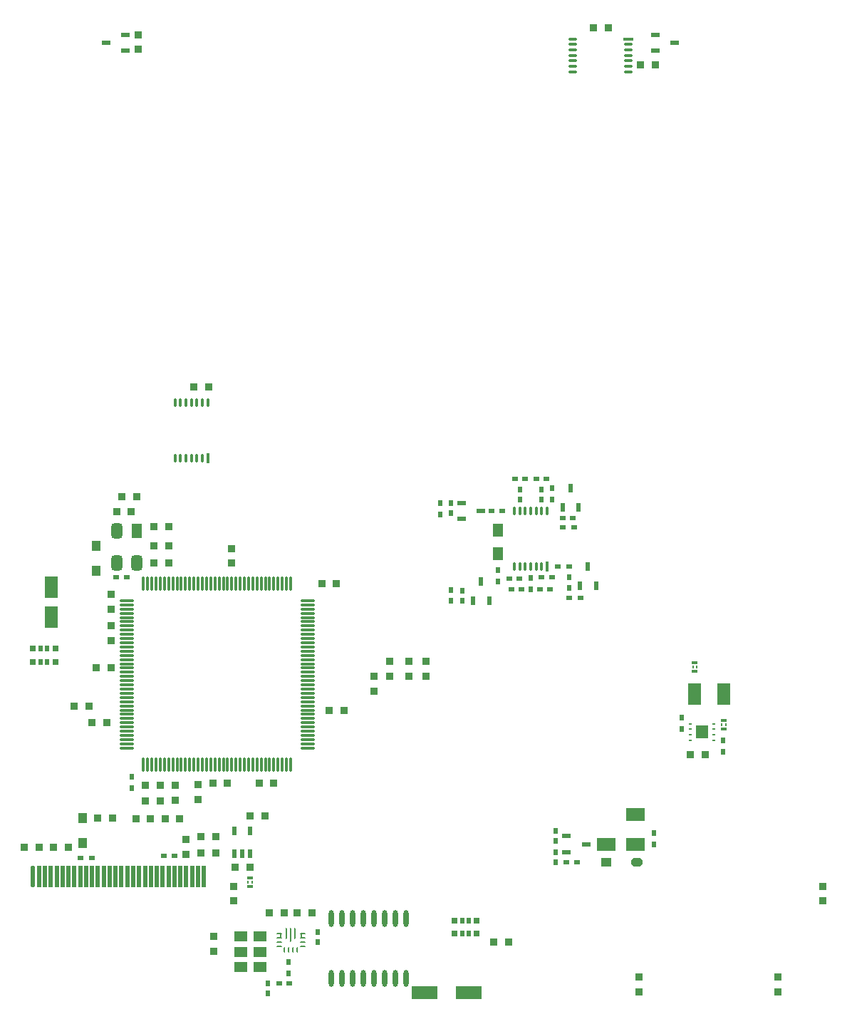
<source format=gbp>
G04*
G04 #@! TF.GenerationSoftware,Altium Limited,Altium Designer,20.1.11 (218)*
G04*
G04 Layer_Color=128*
%FSLAX25Y25*%
%MOIN*%
G70*
G04*
G04 #@! TF.SameCoordinates,1E5C8DF0-0C21-4807-87EA-DBAC22A10C90*
G04*
G04*
G04 #@! TF.FilePolarity,Positive*
G04*
G01*
G75*
%ADD16R,0.06000X0.05000*%
%ADD17O,0.01299X0.04500*%
%ADD18R,0.01299X0.04500*%
%ADD19R,0.05000X0.06000*%
%ADD20R,0.02362X0.03937*%
%ADD24R,0.02953X0.03150*%
%ADD25R,0.02284X0.03150*%
%ADD26R,0.03500X0.03800*%
%ADD27R,0.03800X0.03500*%
%ADD30R,0.03000X0.02300*%
%ADD31R,0.02500X0.02000*%
%ADD32R,0.02000X0.02500*%
%ADD33O,0.04500X0.01299*%
%ADD34R,0.04500X0.01299*%
%ADD39R,0.02300X0.03000*%
%ADD102R,0.03937X0.02362*%
%ADD103O,0.06900X0.01378*%
%ADD104O,0.01378X0.06900*%
%ADD105R,0.06299X0.10039*%
G04:AMPARAMS|DCode=106|XSize=29.53mil|YSize=9.84mil|CornerRadius=2.46mil|HoleSize=0mil|Usage=FLASHONLY|Rotation=270.000|XOffset=0mil|YOffset=0mil|HoleType=Round|Shape=RoundedRectangle|*
%AMROUNDEDRECTD106*
21,1,0.02953,0.00492,0,0,270.0*
21,1,0.02461,0.00984,0,0,270.0*
1,1,0.00492,-0.00246,-0.01230*
1,1,0.00492,-0.00246,0.01230*
1,1,0.00492,0.00246,0.01230*
1,1,0.00492,0.00246,-0.01230*
%
%ADD106ROUNDEDRECTD106*%
G04:AMPARAMS|DCode=107|XSize=23.62mil|YSize=9.84mil|CornerRadius=2.46mil|HoleSize=0mil|Usage=FLASHONLY|Rotation=90.000|XOffset=0mil|YOffset=0mil|HoleType=Round|Shape=RoundedRectangle|*
%AMROUNDEDRECTD107*
21,1,0.02362,0.00492,0,0,90.0*
21,1,0.01870,0.00984,0,0,90.0*
1,1,0.00492,0.00246,0.00935*
1,1,0.00492,0.00246,-0.00935*
1,1,0.00492,-0.00246,-0.00935*
1,1,0.00492,-0.00246,0.00935*
%
%ADD107ROUNDEDRECTD107*%
G04:AMPARAMS|DCode=108|XSize=23.62mil|YSize=9.84mil|CornerRadius=2.46mil|HoleSize=0mil|Usage=FLASHONLY|Rotation=0.000|XOffset=0mil|YOffset=0mil|HoleType=Round|Shape=RoundedRectangle|*
%AMROUNDEDRECTD108*
21,1,0.02362,0.00492,0,0,0.0*
21,1,0.01870,0.00984,0,0,0.0*
1,1,0.00492,0.00935,-0.00246*
1,1,0.00492,-0.00935,-0.00246*
1,1,0.00492,-0.00935,0.00246*
1,1,0.00492,0.00935,0.00246*
%
%ADD108ROUNDEDRECTD108*%
G04:AMPARAMS|DCode=109|XSize=53.15mil|YSize=9.84mil|CornerRadius=2.46mil|HoleSize=0mil|Usage=FLASHONLY|Rotation=270.000|XOffset=0mil|YOffset=0mil|HoleType=Round|Shape=RoundedRectangle|*
%AMROUNDEDRECTD109*
21,1,0.05315,0.00492,0,0,270.0*
21,1,0.04823,0.00984,0,0,270.0*
1,1,0.00492,-0.00246,-0.02411*
1,1,0.00492,-0.00246,0.02411*
1,1,0.00492,0.00246,0.02411*
1,1,0.00492,0.00246,-0.02411*
%
%ADD109ROUNDEDRECTD109*%
G04:AMPARAMS|DCode=110|XSize=66.93mil|YSize=9.84mil|CornerRadius=2.46mil|HoleSize=0mil|Usage=FLASHONLY|Rotation=270.000|XOffset=0mil|YOffset=0mil|HoleType=Round|Shape=RoundedRectangle|*
%AMROUNDEDRECTD110*
21,1,0.06693,0.00492,0,0,270.0*
21,1,0.06201,0.00984,0,0,270.0*
1,1,0.00492,-0.00246,-0.03100*
1,1,0.00492,-0.00246,0.03100*
1,1,0.00492,0.00246,0.03100*
1,1,0.00492,0.00246,-0.03100*
%
%ADD110ROUNDEDRECTD110*%
%ADD111R,0.00984X0.01575*%
%ADD112R,0.02756X0.01181*%
%ADD113O,0.02362X0.07866*%
%ADD116R,0.06000X0.10000*%
%ADD117R,0.01968X0.10236*%
G04:AMPARAMS|DCode=118|XSize=102.36mil|YSize=19.68mil|CornerRadius=4.92mil|HoleSize=0mil|Usage=FLASHONLY|Rotation=90.000|XOffset=0mil|YOffset=0mil|HoleType=Round|Shape=RoundedRectangle|*
%AMROUNDEDRECTD118*
21,1,0.10236,0.00984,0,0,90.0*
21,1,0.09252,0.01968,0,0,90.0*
1,1,0.00984,0.00492,0.04626*
1,1,0.00984,0.00492,-0.04626*
1,1,0.00984,-0.00492,-0.04626*
1,1,0.00984,-0.00492,0.04626*
%
%ADD118ROUNDEDRECTD118*%
%ADD119R,0.02362X0.04134*%
%ADD120R,0.03937X0.04921*%
%ADD121R,0.12402X0.06299*%
%ADD122R,0.09055X0.05906*%
G04:AMPARAMS|DCode=123|XSize=51.18mil|YSize=39.37mil|CornerRadius=0mil|HoleSize=0mil|Usage=FLASHONLY|Rotation=0.000|XOffset=0mil|YOffset=0mil|HoleType=Round|Shape=Octagon|*
%AMOCTAGOND123*
4,1,8,0.02559,-0.00984,0.02559,0.00984,0.01575,0.01968,-0.01575,0.01968,-0.02559,0.00984,-0.02559,-0.00984,-0.01575,-0.01968,0.01575,-0.01968,0.02559,-0.00984,0.0*
%
%ADD123OCTAGOND123*%

%ADD124R,0.05118X0.03937*%
G04:AMPARAMS|DCode=125|XSize=70.87mil|YSize=51.18mil|CornerRadius=12.8mil|HoleSize=0mil|Usage=FLASHONLY|Rotation=270.000|XOffset=0mil|YOffset=0mil|HoleType=Round|Shape=RoundedRectangle|*
%AMROUNDEDRECTD125*
21,1,0.07087,0.02559,0,0,270.0*
21,1,0.04528,0.05118,0,0,270.0*
1,1,0.02559,-0.01280,-0.02264*
1,1,0.02559,-0.01280,0.02264*
1,1,0.02559,0.01280,0.02264*
1,1,0.02559,0.01280,-0.02264*
%
%ADD125ROUNDEDRECTD125*%
%ADD126R,0.05118X0.07087*%
%ADD156O,0.01562X0.00381*%
G36*
X143266Y99960D02*
Y106200D01*
X148711D01*
Y99960D01*
X143266D01*
D02*
G37*
D16*
X-60863Y0D02*
D03*
X-69863D02*
D03*
Y-7000D02*
D03*
X-60863D02*
D03*
X-69863Y7396D02*
D03*
X-60863D02*
D03*
D17*
X58146Y180484D02*
D03*
X73500Y206500D02*
D03*
X63264Y206469D02*
D03*
X58146D02*
D03*
X70941D02*
D03*
Y180484D02*
D03*
X65823D02*
D03*
X60705D02*
D03*
X68382D02*
D03*
X63264D02*
D03*
X65823Y206469D02*
D03*
X60705D02*
D03*
X68300Y206500D02*
D03*
X-100677Y231000D02*
D03*
X-85323Y257016D02*
D03*
X-95559Y256984D02*
D03*
X-100677D02*
D03*
X-87882D02*
D03*
Y231000D02*
D03*
X-93000D02*
D03*
X-98118D02*
D03*
X-90441D02*
D03*
X-95559D02*
D03*
X-93000Y256984D02*
D03*
X-98118D02*
D03*
X-90523Y257016D02*
D03*
D18*
X73500Y180484D02*
D03*
X-85323Y231000D02*
D03*
D19*
X50500Y197500D02*
D03*
Y186500D02*
D03*
D20*
X96341Y171429D02*
D03*
X88861D02*
D03*
X92601Y180484D02*
D03*
X46341Y164287D02*
D03*
X38861D02*
D03*
X42601Y173342D02*
D03*
X88240Y207945D02*
D03*
X80760D02*
D03*
X84500Y217000D02*
D03*
D24*
X-167331Y142000D02*
D03*
X-167331Y135937D02*
D03*
X-156701Y142000D02*
D03*
Y135937D02*
D03*
X29980Y14752D02*
D03*
X29980Y8689D02*
D03*
X40610Y14752D02*
D03*
Y8689D02*
D03*
D25*
X-163591Y142000D02*
D03*
Y135937D02*
D03*
X-160441Y142000D02*
D03*
Y135937D02*
D03*
X33720Y14752D02*
D03*
Y8689D02*
D03*
X36870Y14752D02*
D03*
Y8689D02*
D03*
D26*
X-74110Y182000D02*
D03*
Y188900D02*
D03*
X-130500Y152638D02*
D03*
Y145738D02*
D03*
X-89730Y78372D02*
D03*
Y71472D02*
D03*
X-73374Y30839D02*
D03*
Y23939D02*
D03*
X-82689Y7314D02*
D03*
Y414D02*
D03*
X-7399Y122116D02*
D03*
Y129016D02*
D03*
X8628Y129047D02*
D03*
Y135947D02*
D03*
X-298D02*
D03*
Y129047D02*
D03*
X16700Y135947D02*
D03*
Y129047D02*
D03*
X181500Y-18561D02*
D03*
Y-11660D02*
D03*
X116500Y-18561D02*
D03*
Y-11660D02*
D03*
X-100440Y71100D02*
D03*
Y78000D02*
D03*
X202500Y23939D02*
D03*
Y30839D02*
D03*
X-130500Y167412D02*
D03*
Y160512D02*
D03*
X-95411Y52793D02*
D03*
Y45893D02*
D03*
X-118000Y429240D02*
D03*
Y422340D02*
D03*
D27*
X-32000Y172310D02*
D03*
X-25100D02*
D03*
X-121342Y206000D02*
D03*
X-128029D02*
D03*
X-130500Y132953D02*
D03*
X-137400D02*
D03*
X-147777Y115236D02*
D03*
X-140877D02*
D03*
X-132500Y107362D02*
D03*
X-139400D02*
D03*
X-54425Y79000D02*
D03*
X-61325D02*
D03*
X-112206Y62500D02*
D03*
X-118893D02*
D03*
X140476Y92500D02*
D03*
X147376D02*
D03*
X48474Y4752D02*
D03*
X55374D02*
D03*
X-72400Y39888D02*
D03*
X-65500D02*
D03*
X-58600Y63862D02*
D03*
X-65500D02*
D03*
X-118600Y213000D02*
D03*
X-125500D02*
D03*
X-114475Y70848D02*
D03*
X-107575D02*
D03*
X-114475Y78000D02*
D03*
X-107575D02*
D03*
X-98618Y62500D02*
D03*
X-105306D02*
D03*
X-103600Y199000D02*
D03*
X-110500D02*
D03*
X-103600Y190000D02*
D03*
X-110500D02*
D03*
X-36667Y18500D02*
D03*
X-43567D02*
D03*
X-49500D02*
D03*
X-56400D02*
D03*
X-82979Y79000D02*
D03*
X-76079D02*
D03*
X-21603Y113268D02*
D03*
X-28503D02*
D03*
X-81600Y54000D02*
D03*
X-88500D02*
D03*
X-81600Y46414D02*
D03*
X-88500D02*
D03*
X-157500Y49032D02*
D03*
X-150600D02*
D03*
X-171216D02*
D03*
X-164316D02*
D03*
X-129853Y62762D02*
D03*
X-136753D02*
D03*
X-110500Y182000D02*
D03*
X-103600D02*
D03*
X123972Y415000D02*
D03*
X117072D02*
D03*
X-91827Y264500D02*
D03*
X-84927D02*
D03*
X95100Y432500D02*
D03*
X102000D02*
D03*
D30*
X-145000Y44000D02*
D03*
X-139700D02*
D03*
X86060Y198767D02*
D03*
X80760D02*
D03*
X52601Y206469D02*
D03*
X47301D02*
D03*
X78500Y180484D02*
D03*
X83800D02*
D03*
X89100Y165751D02*
D03*
X83800D02*
D03*
D31*
X73120Y221500D02*
D03*
X68300D02*
D03*
X56680Y169833D02*
D03*
X61500D02*
D03*
X58444Y221500D02*
D03*
X63264D02*
D03*
X85580Y203000D02*
D03*
X80760D02*
D03*
X55680Y174929D02*
D03*
X60500D02*
D03*
X75761Y175529D02*
D03*
X70941D02*
D03*
X74820Y169833D02*
D03*
X70000D02*
D03*
X-52031Y-14500D02*
D03*
X-47212D02*
D03*
X87421Y42000D02*
D03*
X82601D02*
D03*
X-100926Y45061D02*
D03*
X-105746D02*
D03*
X-128130Y175500D02*
D03*
X-123310D02*
D03*
D32*
X-34000Y9572D02*
D03*
Y4752D02*
D03*
X-57152Y-14500D02*
D03*
Y-19320D02*
D03*
X70941Y211700D02*
D03*
Y216520D02*
D03*
X33773Y169107D02*
D03*
Y164287D02*
D03*
X28500Y205389D02*
D03*
Y210209D02*
D03*
X83800Y175391D02*
D03*
Y170571D02*
D03*
X60705Y216520D02*
D03*
Y211700D02*
D03*
X77500Y42000D02*
D03*
Y46820D02*
D03*
Y52000D02*
D03*
Y56820D02*
D03*
D33*
X85469Y421977D02*
D03*
X85500Y414382D02*
D03*
Y419500D02*
D03*
X111484Y416941D02*
D03*
Y422059D02*
D03*
Y414382D02*
D03*
Y419500D02*
D03*
Y424618D02*
D03*
X85500D02*
D03*
Y411823D02*
D03*
Y416941D02*
D03*
X85469Y427177D02*
D03*
X111484Y411823D02*
D03*
D34*
X111484Y427177D02*
D03*
D39*
X-47504Y-9800D02*
D03*
Y-4500D02*
D03*
X123500Y50560D02*
D03*
Y55860D02*
D03*
X136500Y104359D02*
D03*
Y109659D02*
D03*
X155900Y99000D02*
D03*
Y93700D02*
D03*
X65823Y175133D02*
D03*
Y169833D02*
D03*
X23500Y204909D02*
D03*
Y210209D02*
D03*
X50500Y178642D02*
D03*
Y173342D02*
D03*
X75761Y211700D02*
D03*
Y217000D02*
D03*
X28500Y169587D02*
D03*
Y164287D02*
D03*
X-120776Y76721D02*
D03*
Y82021D02*
D03*
D102*
X-123972Y429240D02*
D03*
Y421760D02*
D03*
X-133028Y425500D02*
D03*
X123972Y421760D02*
D03*
Y429240D02*
D03*
X133028Y425500D02*
D03*
X33546Y202728D02*
D03*
Y210209D02*
D03*
X42601Y206469D02*
D03*
X82601Y46820D02*
D03*
Y54300D02*
D03*
X91656Y50560D02*
D03*
D103*
X-38690Y95551D02*
D03*
Y97520D02*
D03*
Y99488D02*
D03*
Y101457D02*
D03*
Y103425D02*
D03*
Y105394D02*
D03*
Y107362D02*
D03*
Y109331D02*
D03*
Y111299D02*
D03*
Y113268D02*
D03*
Y115236D02*
D03*
Y117205D02*
D03*
Y119173D02*
D03*
Y121142D02*
D03*
Y123110D02*
D03*
Y125079D02*
D03*
Y127047D02*
D03*
Y129016D02*
D03*
Y130984D02*
D03*
Y132953D02*
D03*
Y134921D02*
D03*
Y136890D02*
D03*
Y138858D02*
D03*
Y140827D02*
D03*
Y142795D02*
D03*
Y144764D02*
D03*
Y146732D02*
D03*
Y148701D02*
D03*
Y150669D02*
D03*
Y152638D02*
D03*
Y154606D02*
D03*
Y156575D02*
D03*
Y158543D02*
D03*
Y160512D02*
D03*
Y162480D02*
D03*
Y164449D02*
D03*
X-123310D02*
D03*
Y162480D02*
D03*
Y160512D02*
D03*
Y158543D02*
D03*
Y156575D02*
D03*
Y154606D02*
D03*
Y152638D02*
D03*
Y150669D02*
D03*
Y148701D02*
D03*
Y146732D02*
D03*
Y144764D02*
D03*
Y142795D02*
D03*
Y140827D02*
D03*
Y138858D02*
D03*
Y136890D02*
D03*
Y134921D02*
D03*
Y132953D02*
D03*
Y130984D02*
D03*
Y129016D02*
D03*
Y127047D02*
D03*
Y125079D02*
D03*
Y123110D02*
D03*
Y121142D02*
D03*
Y119173D02*
D03*
Y117205D02*
D03*
Y115236D02*
D03*
Y113268D02*
D03*
Y111299D02*
D03*
Y109331D02*
D03*
Y107362D02*
D03*
Y105394D02*
D03*
Y103425D02*
D03*
Y101457D02*
D03*
Y99488D02*
D03*
Y97520D02*
D03*
Y95551D02*
D03*
D104*
X-46551Y172310D02*
D03*
X-48520D02*
D03*
X-50488D02*
D03*
X-52457D02*
D03*
X-54425D02*
D03*
X-56394D02*
D03*
X-58362D02*
D03*
X-60331D02*
D03*
X-62299D02*
D03*
X-64268D02*
D03*
X-66236D02*
D03*
X-68205D02*
D03*
X-70173D02*
D03*
X-72142D02*
D03*
X-74110D02*
D03*
X-76079D02*
D03*
X-78047D02*
D03*
X-80016D02*
D03*
X-81984D02*
D03*
X-83953D02*
D03*
X-85921D02*
D03*
X-87890D02*
D03*
X-89858D02*
D03*
X-91827D02*
D03*
X-93795D02*
D03*
X-95764D02*
D03*
X-97732D02*
D03*
X-99701D02*
D03*
X-101669D02*
D03*
X-103638D02*
D03*
X-105606D02*
D03*
X-107575D02*
D03*
X-109543D02*
D03*
X-111512D02*
D03*
X-113480D02*
D03*
X-115449D02*
D03*
X-115449Y87690D02*
D03*
X-113480D02*
D03*
X-111512D02*
D03*
X-109543D02*
D03*
X-107575D02*
D03*
X-105606D02*
D03*
X-103638D02*
D03*
X-101669D02*
D03*
X-99701D02*
D03*
X-97732D02*
D03*
X-95764D02*
D03*
X-93795D02*
D03*
X-91827D02*
D03*
X-89858D02*
D03*
X-87890D02*
D03*
X-85921D02*
D03*
X-83953D02*
D03*
X-81984D02*
D03*
X-80016D02*
D03*
X-78047D02*
D03*
X-76079D02*
D03*
X-74110D02*
D03*
X-72142D02*
D03*
X-70173D02*
D03*
X-68205D02*
D03*
X-66236D02*
D03*
X-64268D02*
D03*
X-62299D02*
D03*
X-60331D02*
D03*
X-58362D02*
D03*
X-56394D02*
D03*
X-54425D02*
D03*
X-52457D02*
D03*
X-50488D02*
D03*
X-48520D02*
D03*
X-46551D02*
D03*
D105*
X-158500Y170687D02*
D03*
Y156908D02*
D03*
D106*
X-51342Y7705D02*
D03*
X-41697D02*
D03*
D107*
X-43567Y1110D02*
D03*
X-45535D02*
D03*
X-47504D02*
D03*
X-49472D02*
D03*
D108*
X-52031Y2784D02*
D03*
Y4752D02*
D03*
Y6720D02*
D03*
Y8689D02*
D03*
X-41008D02*
D03*
Y6720D02*
D03*
Y4752D02*
D03*
Y2784D02*
D03*
D109*
X-48488Y8689D02*
D03*
X-44551D02*
D03*
D110*
X-46520Y8000D02*
D03*
D111*
X-64516Y32808D02*
D03*
X-66484D02*
D03*
X143585Y133531D02*
D03*
X141617D02*
D03*
X155016Y106532D02*
D03*
X156984D02*
D03*
D112*
X-65500Y34776D02*
D03*
Y30839D02*
D03*
X142602Y135500D02*
D03*
Y131563D02*
D03*
X155999Y104563D02*
D03*
Y108500D02*
D03*
D113*
X-27405Y15621D02*
D03*
X-22405D02*
D03*
X-17405D02*
D03*
X-12405D02*
D03*
X-7405D02*
D03*
X-2405D02*
D03*
X2595D02*
D03*
X7595D02*
D03*
X7601Y-12157D02*
D03*
X2601D02*
D03*
X-2399D02*
D03*
X-7399D02*
D03*
X-12399D02*
D03*
X-17399D02*
D03*
X-22399D02*
D03*
X-27405D02*
D03*
D116*
X142601Y120700D02*
D03*
X156101D02*
D03*
D117*
X-164316Y35436D02*
D03*
X-156044Y35440D02*
D03*
X-158800D02*
D03*
X-147777D02*
D03*
X-150533D02*
D03*
X-139509D02*
D03*
X-142265D02*
D03*
X-131241D02*
D03*
X-133997D02*
D03*
X-122974D02*
D03*
X-125730D02*
D03*
X-114706D02*
D03*
X-117458Y35436D02*
D03*
X-106442Y35440D02*
D03*
X-109194D02*
D03*
X-98171D02*
D03*
X-100926Y35436D02*
D03*
X-92659Y35440D02*
D03*
X-87147D02*
D03*
X-153289D02*
D03*
X-161556D02*
D03*
X-120218D02*
D03*
X-128481D02*
D03*
X-136753D02*
D03*
X-145021D02*
D03*
X-89899D02*
D03*
X-95411Y35436D02*
D03*
X-103682Y35440D02*
D03*
X-111946Y35443D02*
D03*
D118*
X-167068Y35440D02*
D03*
D119*
X-65500Y46165D02*
D03*
X-72980D02*
D03*
X-69240D02*
D03*
X-65500Y56795D02*
D03*
X-72980D02*
D03*
D120*
X-137400Y190000D02*
D03*
Y178386D02*
D03*
X-144000Y51148D02*
D03*
Y62762D02*
D03*
D121*
X16004Y-19000D02*
D03*
X36870D02*
D03*
D122*
X101018Y50560D02*
D03*
X114797D02*
D03*
Y64340D02*
D03*
D123*
X115585Y42000D02*
D03*
D124*
X101018D02*
D03*
D125*
X-118494Y182000D02*
D03*
X-128029Y196961D02*
D03*
Y182000D02*
D03*
D126*
X-118494Y196961D02*
D03*
D156*
X140476Y99241D02*
D03*
Y101800D02*
D03*
Y104359D02*
D03*
Y106918D02*
D03*
X151500D02*
D03*
Y104359D02*
D03*
Y101800D02*
D03*
Y99241D02*
D03*
M02*

</source>
